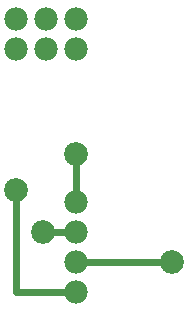
<source format=gbl>
G04 MADE WITH FRITZING*
G04 WWW.FRITZING.ORG*
G04 DOUBLE SIDED*
G04 HOLES PLATED*
G04 CONTOUR ON CENTER OF CONTOUR VECTOR*
%ASAXBY*%
%FSLAX23Y23*%
%MOIN*%
%OFA0B0*%
%SFA1.0B1.0*%
%ADD10C,0.078000*%
%ADD11C,0.079370*%
%ADD12C,0.024000*%
%LNCOPPER0*%
G90*
G70*
G54D10*
X102Y878D03*
X202Y878D03*
X302Y878D03*
X102Y878D03*
X202Y878D03*
X302Y878D03*
X302Y978D03*
X202Y978D03*
X102Y978D03*
X302Y68D03*
X302Y168D03*
X302Y268D03*
X302Y368D03*
G54D11*
X302Y528D03*
X192Y268D03*
X102Y408D03*
X622Y168D03*
G54D12*
X302Y399D02*
X302Y498D01*
D02*
X592Y168D02*
X333Y168D01*
D02*
X102Y68D02*
X102Y378D01*
D02*
X272Y68D02*
X102Y68D01*
D02*
X272Y268D02*
X223Y268D01*
G04 End of Copper0*
M02*
</source>
